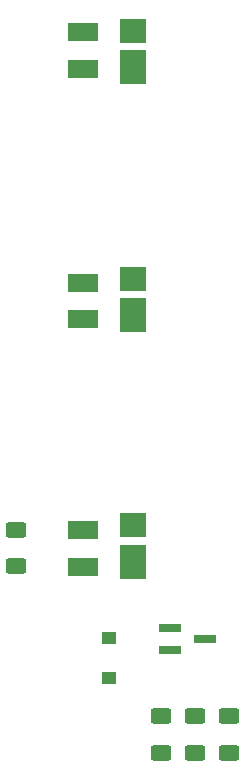
<source format=gtp>
G04 #@! TF.GenerationSoftware,KiCad,Pcbnew,6.0.11-2627ca5db0~126~ubuntu22.04.1*
G04 #@! TF.CreationDate,2023-10-21T17:03:14+02:00*
G04 #@! TF.ProjectId,CC_LED_Driver,43435f4c-4544-45f4-9472-697665722e6b,rev?*
G04 #@! TF.SameCoordinates,Original*
G04 #@! TF.FileFunction,Paste,Top*
G04 #@! TF.FilePolarity,Positive*
%FSLAX46Y46*%
G04 Gerber Fmt 4.6, Leading zero omitted, Abs format (unit mm)*
G04 Created by KiCad (PCBNEW 6.0.11-2627ca5db0~126~ubuntu22.04.1) date 2023-10-21 17:03:14*
%MOMM*%
%LPD*%
G01*
G04 APERTURE LIST*
G04 Aperture macros list*
%AMRoundRect*
0 Rectangle with rounded corners*
0 $1 Rounding radius*
0 $2 $3 $4 $5 $6 $7 $8 $9 X,Y pos of 4 corners*
0 Add a 4 corners polygon primitive as box body*
4,1,4,$2,$3,$4,$5,$6,$7,$8,$9,$2,$3,0*
0 Add four circle primitives for the rounded corners*
1,1,$1+$1,$2,$3*
1,1,$1+$1,$4,$5*
1,1,$1+$1,$6,$7*
1,1,$1+$1,$8,$9*
0 Add four rect primitives between the rounded corners*
20,1,$1+$1,$2,$3,$4,$5,0*
20,1,$1+$1,$4,$5,$6,$7,0*
20,1,$1+$1,$6,$7,$8,$9,0*
20,1,$1+$1,$8,$9,$2,$3,0*%
G04 Aperture macros list end*
%ADD10RoundRect,0.250000X-0.625000X0.400000X-0.625000X-0.400000X0.625000X-0.400000X0.625000X0.400000X0*%
%ADD11R,1.900000X0.800000*%
%ADD12R,2.200000X3.000000*%
%ADD13R,2.200000X2.050000*%
%ADD14R,2.600000X1.500000*%
%ADD15R,1.200000X1.000000*%
G04 APERTURE END LIST*
D10*
X128900000Y-138150000D03*
X128900000Y-141250000D03*
D11*
X129600000Y-130650000D03*
X129600000Y-132550000D03*
X132600000Y-131600000D03*
D12*
X126500000Y-125075000D03*
D13*
X126500000Y-122000000D03*
D12*
X126500000Y-104175000D03*
D13*
X126500000Y-101100000D03*
D14*
X122250000Y-83350000D03*
X122250000Y-80250000D03*
D10*
X131700000Y-138150000D03*
X131700000Y-141250000D03*
D14*
X122250000Y-104550000D03*
X122250000Y-101450000D03*
X122300000Y-125500000D03*
X122300000Y-122400000D03*
D12*
X126500000Y-83175000D03*
D13*
X126500000Y-80100000D03*
D15*
X124500000Y-131500000D03*
X124500000Y-134900000D03*
D10*
X134600000Y-138150000D03*
X134600000Y-141250000D03*
X116600000Y-122350000D03*
X116600000Y-125450000D03*
M02*

</source>
